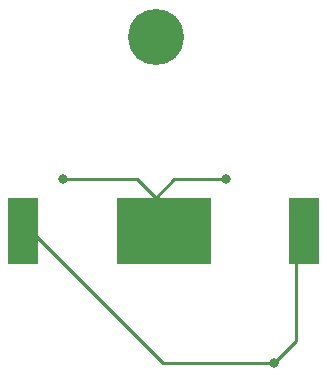
<source format=gbr>
G04 #@! TF.GenerationSoftware,KiCad,Pcbnew,(5.1.10)-1*
G04 #@! TF.CreationDate,2021-09-04T13:13:49-05:00*
G04 #@! TF.ProjectId,2b1,3262312e-6b69-4636-9164-5f7063625858,rev?*
G04 #@! TF.SameCoordinates,Original*
G04 #@! TF.FileFunction,Copper,L2,Bot*
G04 #@! TF.FilePolarity,Positive*
%FSLAX46Y46*%
G04 Gerber Fmt 4.6, Leading zero omitted, Abs format (unit mm)*
G04 Created by KiCad (PCBNEW (5.1.10)-1) date 2021-09-04 13:13:49*
%MOMM*%
%LPD*%
G01*
G04 APERTURE LIST*
G04 #@! TA.AperFunction,ComponentPad*
%ADD10C,4.750000*%
G04 #@! TD*
G04 #@! TA.AperFunction,SMDPad,CuDef*
%ADD11R,2.600000X5.560000*%
G04 #@! TD*
G04 #@! TA.AperFunction,SMDPad,CuDef*
%ADD12R,8.000000X5.560000*%
G04 #@! TD*
G04 #@! TA.AperFunction,ViaPad*
%ADD13C,0.800000*%
G04 #@! TD*
G04 #@! TA.AperFunction,Conductor*
%ADD14C,0.250000*%
G04 #@! TD*
G04 APERTURE END LIST*
D10*
X143200000Y-66000000D03*
D11*
X131990000Y-82400000D03*
X155800000Y-82400000D03*
D12*
X143895000Y-82400000D03*
D13*
X153200000Y-93600000D03*
X149200000Y-78000000D03*
X135400000Y-78000000D03*
D14*
X132845000Y-82600000D02*
X143845000Y-93600000D01*
X131295000Y-82600000D02*
X132845000Y-82600000D01*
X143845000Y-93600000D02*
X153200000Y-93600000D01*
X155105000Y-91695000D02*
X155105000Y-82600000D01*
X153200000Y-93600000D02*
X155105000Y-91695000D01*
X153200000Y-93600000D02*
X153200000Y-93600000D01*
X143200000Y-79570000D02*
X141630000Y-78000000D01*
X143200000Y-82600000D02*
X143200000Y-79570000D01*
X141630000Y-78000000D02*
X135400000Y-78000000D01*
X143200000Y-79570000D02*
X143230000Y-79570000D01*
X143230000Y-79570000D02*
X144800000Y-78000000D01*
X144800000Y-78000000D02*
X149200000Y-78000000D01*
X149200000Y-78000000D02*
X149200000Y-78000000D01*
X135400000Y-78000000D02*
X135400000Y-78000000D01*
M02*

</source>
